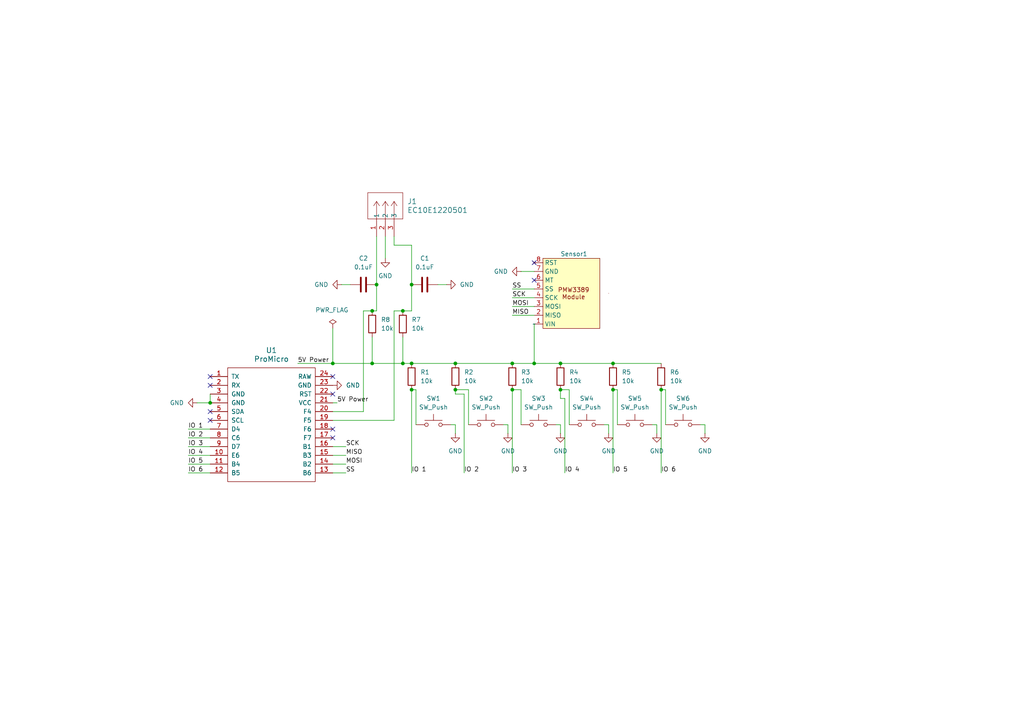
<source format=kicad_sch>
(kicad_sch (version 20250114) (generator "eeschema") (generator_version "9.0")
  (paper "A4")
  (title_block (title "Mouse-PCB-A") (date "2023-12-27") (rev "v1"))
  (lib_symbols
    (symbol "1_my_library:PMW3389_module"
      (property "Reference" "U" (at 0 0 0))
      (symbol "PMW3389_module_0_1"
        (rectangle (start 21.59 8.89) (end 21.59 8.89))
      )
      (symbol "PMW3389_module_1_1"
        (rectangle (start 2.54 19.05) (end 19.05 -1.27) (fill (type background)))
        (text "PMW3389\nModule" (at 11.43 8.89 0) (effects (font (size 1.27 1.27))))
        (pin no_connect line (at 0 17.78 0) (length 2.54) (name "RST") (number "8"))
        (pin power_in line (at 0 15.24 0) (length 2.54) (name "GND") (number "7"))
        (pin bidirectional line (at 0 12.7 0) (length 2.54) (name "MT") (number "6"))
        (pin bidirectional line (at 0 10.16 0) (length 2.54) (name "SS") (number "5"))
        (pin bidirectional line (at 0 7.62 0) (length 2.54) (name "SCK") (number "4"))
        (pin bidirectional line (at 0 5.08 0) (length 2.54) (name "MOSI") (number "3"))
        (pin bidirectional line (at 0 2.54 0) (length 2.54) (name "MISO") (number "2"))
        (pin power_in line (at 0 0 0) (length 2.54) (name "VIN") (number "1"))
      )
    )
    (symbol "1_my_library:ProMicro" (pin_names (offset 1.016))
      (property "Reference" "U" (at 0 24.13 0))
      (property "Value" "ProMicro" (at 0 -13.97 0))
      (symbol "ProMicro_0_1"
        (rectangle (start -12.7 21.59) (end 12.7 -11.43))
      )
      (symbol "ProMicro_1_1"
        (pin bidirectional line (at -17.78 19.05 0) (length 5.08) (name "TX") (number "1"))
        (pin bidirectional line (at -17.78 16.51 0) (length 5.08) (name "RX") (number "2"))
        (pin power_in line (at -17.78 13.97 0) (length 5.08) (name "GND") (number "3"))
        (pin power_in line (at -17.78 11.43 0) (length 5.08) (name "GND") (number "4"))
        (pin bidirectional line (at -17.78 8.89 0) (length 5.08) (name "SDA") (number "5"))
        (pin bidirectional line (at -17.78 6.35 0) (length 5.08) (name "SCL") (number "6"))
        (pin bidirectional line (at -17.78 3.81 0) (length 5.08) (name "D4") (number "7"))
        (pin bidirectional line (at -17.78 1.27 0) (length 5.08) (name "C6") (number "8"))
        (pin bidirectional line (at -17.78 -1.27 0) (length 5.08) (name "D7") (number "9"))
        (pin bidirectional line (at -17.78 -3.81 0) (length 5.08) (name "E6") (number "10"))
        (pin bidirectional line (at -17.78 -6.35 0) (length 5.08) (name "B4") (number "11"))
        (pin bidirectional line (at -17.78 -8.89 0) (length 5.08) (name "B5") (number "12"))
        (pin power_out line (at 17.78 19.05 180) (length 5.08) (name "RAW") (number "24"))
        (pin power_in line (at 17.78 16.51 180) (length 5.08) (name "GND") (number "23"))
        (pin input line (at 17.78 13.97 180) (length 5.08) (name "RST") (number "22"))
        (pin power_in line (at 17.78 11.43 180) (length 5.08) (name "VCC") (number "21"))
        (pin bidirectional line (at 17.78 8.89 180) (length 5.08) (name "F4") (number "20"))
        (pin bidirectional line (at 17.78 6.35 180) (length 5.08) (name "F5") (number "19"))
        (pin bidirectional line (at 17.78 3.81 180) (length 5.08) (name "F6") (number "18"))
        (pin bidirectional line (at 17.78 1.27 180) (length 5.08) (name "F7") (number "17"))
        (pin bidirectional line (at 17.78 -1.27 180) (length 5.08) (name "B1") (number "16"))
        (pin bidirectional line (at 17.78 -3.81 180) (length 5.08) (name "B3") (number "15"))
        (pin bidirectional line (at 17.78 -6.35 180) (length 5.08) (name "B2") (number "14"))
        (pin bidirectional line (at 17.78 -8.89 180) (length 5.08) (name "B6") (number "13"))
      )
    )
    (symbol "Device:C" (pin_numbers (hide yes)) (pin_names (offset 0.254))
      (property "Reference" "C" (at 0.635 2.54 0))
      (property "Value" "C" (at 0.635 -2.54 0))
      (symbol "C_0_1"
        (polyline (pts (xy -2.032 0.762) (xy 2.032 0.762)) (stroke (width 0.508)))
        (polyline (pts (xy -2.032 -0.762) (xy 2.032 -0.762)) (stroke (width 0.508)))
      )
      (symbol "C_1_1"
        (pin passive line (at 0 3.81 270) (length 2.794) (name "~") (number "1"))
        (pin passive line (at 0 -3.81 90) (length 2.794) (name "~") (number "2"))
      )
    )
    (symbol "Device:R" (pin_numbers (hide yes)) (pin_names (offset 0))
      (property "Reference" "R" (at 2.032 0 90))
      (property "Value" "R" (at 0 0 90))
      (symbol "R_0_1"
        (rectangle (start -1.016 -2.54) (end 1.016 2.54) (stroke (width 0.254)))
      )
      (symbol "R_1_1"
        (pin passive line (at 0 3.81 270) (length 1.27) (name "~") (number "1"))
        (pin passive line (at 0 -3.81 90) (length 1.27) (name "~") (number "2"))
      )
    )
    (symbol "EC10E1220501:EC10E1220501" (pin_names (offset 0.254))
      (property "Reference" "J" (at 8.89 6.35 0))
      (property "Value" "EC10E1220501" (at 0 0 0))
      (symbol "EC10E1220501_1_1"
        (polyline (pts (xy 5.08 2.54) (xy 5.08 -7.62)) (stroke (width 0.127)))
        (polyline (pts (xy 5.08 -7.62) (xy 12.7 -7.62)) (stroke (width 0.127)))
        (polyline (pts (xy 10.16 0) (xy 5.08 0)) (stroke (width 0.127)))
        (polyline (pts (xy 10.16 0) (xy 8.89 0.8467)) (stroke (width 0.127)))
        (polyline (pts (xy 10.16 0) (xy 8.89 -0.8467)) (stroke (width 0.127)))
        (polyline (pts (xy 10.16 -2.54) (xy 5.08 -2.54)) (stroke (width 0.127)))
        (polyline (pts (xy 10.16 -2.54) (xy 8.89 -1.6933)) (stroke (width 0.127)))
        (polyline (pts (xy 10.16 -2.54) (xy 8.89 -3.3867)) (stroke (width 0.127)))
        (polyline (pts (xy 10.16 -5.08) (xy 5.08 -5.08)) (stroke (width 0.127)))
        (polyline (pts (xy 10.16 -5.08) (xy 8.89 -4.2333)) (stroke (width 0.127)))
        (polyline (pts (xy 10.16 -5.08) (xy 8.89 -5.9267)) (stroke (width 0.127)))
        (polyline (pts (xy 12.7 2.54) (xy 5.08 2.54)) (stroke (width 0.127)))
        (polyline (pts (xy 12.7 -7.62) (xy 12.7 2.54)) (stroke (width 0.127)))
        (pin unspecified line (at 0 0 0) (length 5.08) (name "1") (number "1"))
        (pin unspecified line (at 0 -2.54 0) (length 5.08) (name "2") (number "2"))
        (pin unspecified line (at 0 -5.08 0) (length 5.08) (name "3") (number "3"))
      )
      (symbol "EC10E1220501_1_2"
        (polyline (pts (xy 5.08 2.54) (xy 5.08 -7.62)) (stroke (width 0.127)))
        (polyline (pts (xy 5.08 -7.62) (xy 12.7 -7.62)) (stroke (width 0.127)))
        (polyline (pts (xy 7.62 0) (xy 5.08 0)) (stroke (width 0.127)))
        (polyline (pts (xy 7.62 0) (xy 8.89 0.8467)) (stroke (width 0.127)))
        (polyline (pts (xy 7.62 0) (xy 8.89 -0.8467)) (stroke (width 0.127)))
        (polyline (pts (xy 7.62 -2.54) (xy 5.08 -2.54)) (stroke (width 0.127)))
        (polyline (pts (xy 7.62 -2.54) (xy 8.89 -1.6933)) (stroke (width 0.127)))
        (polyline (pts (xy 7.62 -2.54) (xy 8.89 -3.3867)) (stroke (width 0.127)))
        (polyline (pts (xy 7.62 -5.08) (xy 5.08 -5.08)) (stroke (width 0.127)))
        (polyline (pts (xy 7.62 -5.08) (xy 8.89 -4.2333)) (stroke (width 0.127)))
        (polyline (pts (xy 7.62 -5.08) (xy 8.89 -5.9267)) (stroke (width 0.127)))
        (polyline (pts (xy 12.7 2.54) (xy 5.08 2.54)) (stroke (width 0.127)))
        (polyline (pts (xy 12.7 -7.62) (xy 12.7 2.54)) (stroke (width 0.127)))
        (pin unspecified line (at 0 0 0) (length 5.08) (name "1") (number "1"))
        (pin unspecified line (at 0 -2.54 0) (length 5.08) (name "2") (number "2"))
        (pin unspecified line (at 0 -5.08 0) (length 5.08) (name "3") (number "3"))
      )
    )
    (symbol "Switch:SW_Push" (pin_numbers (hide yes)) (pin_names (offset 1.016) (hide yes))
      (property "Reference" "SW" (at 1.27 2.54 0))
      (property "Value" "SW_Push" (at 0 -1.524 0))
      (symbol "SW_Push_0_1"
        (circle (center -2.032 0) (radius 0.508))
        (polyline (pts (xy 0 1.27) (xy 0 3.048)))
        (circle (center 2.032 0) (radius 0.508))
        (polyline (pts (xy 2.54 1.27) (xy -2.54 1.27)))
        (pin passive line (at -5.08 0 0) (length 2.54) (name "1") (number "1"))
        (pin passive line (at 5.08 0 180) (length 2.54) (name "2") (number "2"))
      )
    )
    (symbol "power:GND" (power) (pin_numbers (hide yes)) (pin_names (offset 0) (hide yes))
      (property "Value" "GND" (at 0 -3.81 0))
      (symbol "GND_0_1"
        (polyline (pts (xy 0 0) (xy 0 -1.27) (xy 1.27 -1.27) (xy 0 -2.54) (xy -1.27 -1.27) (xy 0 -1.27)))
      )
      (symbol "GND_1_1"
        (pin power_in line (at 0 0 270) (length 0) (name "~") (number "1"))
      )
    )
    (symbol "power:PWR_FLAG" (power) (pin_numbers (hide yes)) (pin_names (offset 0) (hide yes))
      (property "Value" "PWR_FLAG" (at 0 3.81 0))
      (symbol "PWR_FLAG_0_0"
        (pin power_out line (at 0 0 90) (length 0) (name "~") (number "1"))
      )
      (symbol "PWR_FLAG_0_1"
        (polyline (pts (xy 0 0) (xy 0 1.27) (xy -1.016 1.905) (xy 0 2.54) (xy 1.016 1.905) (xy 0 1.27)))
      )
    )
  )
  (junction (at 191.77 113.03))
  (junction (at 162.56 105.41))
  (junction (at 162.56 113.03))
  (junction (at 107.95 105.41))
  (junction (at 116.84 105.41))
  (junction (at 177.8 113.03))
  (junction (at 119.38 105.41))
  (junction (at 109.22 82.55))
  (junction (at 132.08 113.03))
  (junction (at 119.38 82.55))
  (junction (at 148.59 113.03))
  (junction (at 107.95 90.17))
  (junction (at 148.59 105.41))
  (junction (at 119.38 113.03))
  (junction (at 60.96 116.84))
  (junction (at 154.94 105.41))
  (junction (at 116.84 90.17))
  (junction (at 132.08 105.41))
  (junction (at 177.8 105.41))
  (junction (at 96.52 105.41))
  (no_connect (at 96.52 114.3))
  (no_connect (at 96.52 127))
  (no_connect (at 60.96 121.92))
  (no_connect (at 154.94 76.2))
  (no_connect (at 60.96 109.22))
  (no_connect (at 154.94 81.28))
  (no_connect (at 60.96 111.76))
  (no_connect (at 96.52 109.22))
  (no_connect (at 60.96 119.38))
  (no_connect (at 96.52 124.46))
  (wire (pts (xy 176.53 123.19) (xy 175.26 123.19)))
  (wire (pts (xy 119.38 82.55) (xy 119.38 71.12)))
  (wire (pts (xy 119.38 82.55) (xy 119.38 90.17)))
  (wire (pts (xy 100.33 137.16) (xy 96.52 137.16)))
  (wire (pts (xy 105.41 119.38) (xy 105.41 90.17)))
  (wire (pts (xy 190.5 123.19) (xy 190.5 125.73)))
  (wire (pts (xy 107.95 90.17) (xy 109.22 90.17)))
  (wire (pts (xy 148.59 86.36) (xy 154.94 86.36)))
  (wire (pts (xy 96.52 119.38) (xy 105.41 119.38)))
  (wire (pts (xy 190.5 123.19) (xy 189.23 123.19)))
  (wire (pts (xy 193.04 113.03) (xy 193.04 123.19)))
  (wire (pts (xy 96.52 95.25) (xy 96.52 105.41)))
  (wire (pts (xy 96.52 121.92) (xy 114.3 121.92)))
  (wire (pts (xy 163.83 137.16) (xy 163.83 115.57)))
  (wire (pts (xy 162.56 113.03) (xy 165.1 113.03)))
  (wire (pts (xy 148.59 105.41) (xy 154.94 105.41)))
  (wire (pts (xy 114.3 121.92) (xy 114.3 90.17)))
  (wire (pts (xy 99.06 82.55) (xy 101.6 82.55)))
  (wire (pts (xy 147.32 123.19) (xy 147.32 125.73)))
  (wire (pts (xy 165.1 113.03) (xy 165.1 123.19)))
  (wire (pts (xy 114.3 68.58) (xy 114.3 71.12)))
  (wire (pts (xy 60.96 114.3) (xy 60.96 116.84)))
  (wire (pts (xy 109.22 68.58) (xy 109.22 82.55)))
  (wire (pts (xy 100.33 132.08) (xy 96.52 132.08)))
  (wire (pts (xy 134.62 137.16) (xy 134.62 114.3)))
  (wire (pts (xy 86.36 105.41) (xy 96.52 105.41)))
  (wire (pts (xy 132.08 113.03) (xy 135.89 113.03)))
  (wire (pts (xy 204.47 123.19) (xy 204.47 125.73)))
  (wire (pts (xy 151.13 113.03) (xy 148.59 113.03)))
  (wire (pts (xy 132.08 105.41) (xy 148.59 105.41)))
  (wire (pts (xy 147.32 123.19) (xy 146.05 123.19)))
  (wire (pts (xy 163.83 115.57) (xy 162.56 115.57)))
  (wire (pts (xy 119.38 71.12) (xy 114.3 71.12)))
  (wire (pts (xy 193.04 113.03) (xy 191.77 113.03)))
  (wire (pts (xy 151.13 113.03) (xy 151.13 123.19)))
  (wire (pts (xy 148.59 91.44) (xy 154.94 91.44)))
  (wire (pts (xy 154.94 93.98) (xy 154.94 105.41)))
  (wire (pts (xy 116.84 90.17) (xy 119.38 90.17)))
  (wire (pts (xy 148.59 137.16) (xy 148.59 113.03)))
  (wire (pts (xy 132.08 123.19) (xy 132.08 125.73)))
  (wire (pts (xy 111.76 68.58) (xy 111.76 74.93)))
  (wire (pts (xy 100.33 134.62) (xy 96.52 134.62)))
  (wire (pts (xy 162.56 105.41) (xy 177.8 105.41)))
  (wire (pts (xy 191.77 137.16) (xy 191.77 113.03)))
  (wire (pts (xy 204.47 123.19) (xy 203.2 123.19)))
  (wire (pts (xy 134.62 114.3) (xy 132.08 114.3)))
  (wire (pts (xy 96.52 105.41) (xy 107.95 105.41)))
  (wire (pts (xy 177.8 137.16) (xy 177.8 113.03)))
  (wire (pts (xy 132.08 114.3) (xy 132.08 113.03)))
  (wire (pts (xy 60.96 132.08) (xy 54.61 132.08)))
  (wire (pts (xy 148.59 88.9) (xy 154.94 88.9)))
  (wire (pts (xy 107.95 105.41) (xy 116.84 105.41)))
  (wire (pts (xy 162.56 115.57) (xy 162.56 113.03)))
  (wire (pts (xy 119.38 105.41) (xy 132.08 105.41)))
  (wire (pts (xy 114.3 90.17) (xy 116.84 90.17)))
  (wire (pts (xy 105.41 90.17) (xy 107.95 90.17)))
  (wire (pts (xy 54.61 129.54) (xy 60.96 129.54)))
  (wire (pts (xy 107.95 97.79) (xy 107.95 105.41)))
  (wire (pts (xy 162.56 123.19) (xy 162.56 125.73)))
  (wire (pts (xy 154.94 105.41) (xy 162.56 105.41)))
  (wire (pts (xy 119.38 113.03) (xy 120.65 113.03)))
  (wire (pts (xy 132.08 123.19) (xy 130.81 123.19)))
  (wire (pts (xy 60.96 124.46) (xy 54.61 124.46)))
  (wire (pts (xy 127 82.55) (xy 129.54 82.55)))
  (wire (pts (xy 120.65 113.03) (xy 120.65 123.19)))
  (wire (pts (xy 177.8 105.41) (xy 191.77 105.41)))
  (wire (pts (xy 151.13 78.74) (xy 154.94 78.74)))
  (wire (pts (xy 119.38 113.03) (xy 119.38 137.16)))
  (wire (pts (xy 179.07 113.03) (xy 179.07 123.19)))
  (wire (pts (xy 162.56 123.19) (xy 161.29 123.19)))
  (wire (pts (xy 100.33 129.54) (xy 96.52 129.54)))
  (wire (pts (xy 54.61 127) (xy 60.96 127)))
  (wire (pts (xy 60.96 134.62) (xy 54.61 134.62)))
  (wire (pts (xy 116.84 105.41) (xy 119.38 105.41)))
  (wire (pts (xy 179.07 113.03) (xy 177.8 113.03)))
  (wire (pts (xy 57.15 116.84) (xy 60.96 116.84)))
  (wire (pts (xy 54.61 137.16) (xy 60.96 137.16)))
  (wire (pts (xy 116.84 97.79) (xy 116.84 105.41)))
  (wire (pts (xy 109.22 90.17) (xy 109.22 82.55)))
  (wire (pts (xy 176.53 123.19) (xy 176.53 125.73)))
  (wire (pts (xy 135.89 113.03) (xy 135.89 123.19)))
  (wire (pts (xy 148.59 83.82) (xy 154.94 83.82)))
  (wire (pts (xy 97.79 116.84) (xy 96.52 116.84)))
  (label "IO 4" (at 163.83 137.16 0))
  (label "5V Power" (at 86.36 105.41 0))
  (label "IO 4" (at 54.61 132.08 0))
  (label "IO 6" (at 54.61 137.16 0))
  (label "IO 5" (at 54.61 134.62 0))
  (label "5V Power" (at 97.79 116.84 0))
  (label "MOSI" (at 148.59 88.9 0))
  (label "SCK" (at 100.33 129.54 0))
  (label "IO 5" (at 177.8 137.16 0))
  (label "MISO" (at 100.33 132.08 0))
  (label "IO 6" (at 191.77 137.16 0))
  (label "MOSI" (at 100.33 134.62 0))
  (label "SS" (at 100.33 137.16 0))
  (label "MISO" (at 148.59 91.44 0))
  (label "IO 2" (at 134.62 137.16 0))
  (label "IO 3" (at 54.61 129.54 0))
  (label "IO 2" (at 54.61 127 0))
  (label "IO 1" (at 119.38 137.16 0))
  (label "IO 1" (at 54.61 124.46 0))
  (label "IO 3" (at 148.59 137.16 0))
  (label "SS" (at 148.59 83.82 0))
  (label "SCK" (at 148.59 86.36 0))
  (symbol (lib_id "Switch:SW_Push") (at 156.21 123.19 0) (unit 1)
    (property "Reference" "SW3" (at 156.21 115.57 0))
    (property "Value" "SW_Push" (at 156.21 118.11 0))
    (property "Footprint" "D2F-01F:SW_D2F-01F" (effects (hide yes)))
    (property "Description" "Push button switch, generic, two pins" (effects (hide yes)))
  )
  (symbol (lib_id "power:GND") (at 147.32 125.73 0) (unit 1)
    (property "Reference" "#PWR05" (effects (hide yes)))
    (property "Value" "GND" (at 147.32 130.81 0))
    (property "Description" "Power symbol creates a global label with name \"GND\" , ground" (effects (hide yes)))
  )
  (symbol (lib_id "power:GND") (at 151.13 78.74 270) (unit 1)
    (property "Reference" "#PWR013" (effects (hide yes)))
    (property "Value" "GND" (at 147.32 78.7399 90) (effects (justify right)))
    (property "Description" "Power symbol creates a global label with name \"GND\" , ground" (effects (hide yes)))
  )
  (symbol (lib_id "Device:R") (at 177.8 109.22 0) (unit 1)
    (property "Reference" "R5" (at 180.34 107.9499 0) (effects (justify left)))
    (property "Value" "10k" (at 180.34 110.4899 0) (effects (justify left)))
    (property "Footprint" "Resistor_THT:R_Axial_DIN0207_L6.3mm_D2.5mm_P7.62mm_Horizontal" (effects (hide yes)))
    (property "Description" "Resistor" (effects (hide yes)))
  )
  (symbol (lib_id "Device:R") (at 119.38 109.22 0) (unit 1)
    (property "Reference" "R1" (at 121.92 107.9499 0) (effects (justify left)))
    (property "Value" "10k" (at 121.92 110.4899 0) (effects (justify left)))
    (property "Footprint" "Resistor_THT:R_Axial_DIN0207_L6.3mm_D2.5mm_P7.62mm_Horizontal" (effects (hide yes)))
    (property "Description" "Resistor" (effects (hide yes)))
  )
  (symbol (lib_id "Switch:SW_Push") (at 198.12 123.19 0) (unit 1)
    (property "Reference" "SW6" (at 198.12 115.57 0))
    (property "Value" "SW_Push" (at 198.12 118.11 0))
    (property "Footprint" "D2F-01F:SW_D2F-01F" (effects (hide yes)))
    (property "Description" "Push button switch, generic, two pins" (effects (hide yes)))
  )
  (symbol (lib_id "Device:R") (at 191.77 109.22 0) (unit 1)
    (property "Reference" "R6" (at 194.31 107.9499 0) (effects (justify left)))
    (property "Value" "10k" (at 194.31 110.4899 0) (effects (justify left)))
    (property "Footprint" "Resistor_THT:R_Axial_DIN0207_L6.3mm_D2.5mm_P7.62mm_Horizontal" (effects (hide yes)))
    (property "Description" "Resistor" (effects (hide yes)))
  )
  (symbol (lib_id "power:GND") (at 132.08 125.73 0) (unit 1)
    (property "Reference" "#PWR04" (effects (hide yes)))
    (property "Value" "GND" (at 132.08 130.81 0))
    (property "Description" "Power symbol creates a global label with name \"GND\" , ground" (effects (hide yes)))
  )
  (symbol (lib_id "Device:R") (at 107.95 93.98 0) (unit 1)
    (property "Reference" "R8" (at 110.49 92.7099 0) (effects (justify left)))
    (property "Value" "10k" (at 110.49 95.2499 0) (effects (justify left)))
    (property "Footprint" "Resistor_THT:R_Axial_DIN0207_L6.3mm_D2.5mm_P7.62mm_Horizontal" (effects (hide yes)))
    (property "Description" "Resistor" (effects (hide yes)))
  )
  (symbol (lib_id "Switch:SW_Push") (at 184.15 123.19 0) (unit 1)
    (property "Reference" "SW5" (at 184.15 115.57 0))
    (property "Value" "SW_Push" (at 184.15 118.11 0))
    (property "Footprint" "D2F-01F:SW_D2F-01F" (effects (hide yes)))
    (property "Description" "Push button switch, generic, two pins" (effects (hide yes)))
  )
  (symbol (lib_id "Switch:SW_Push") (at 170.18 123.19 0) (unit 1)
    (property "Reference" "SW4" (at 170.18 115.57 0))
    (property "Value" "SW_Push" (at 170.18 118.11 0))
    (property "Footprint" "D2F-01F:SW_D2F-01F" (effects (hide yes)))
    (property "Description" "Push button switch, generic, two pins" (effects (hide yes)))
  )
  (symbol (lib_id "Switch:SW_Push") (at 125.73 123.19 0) (unit 1)
    (property "Reference" "SW1" (at 125.73 115.57 0))
    (property "Value" "SW_Push" (at 125.73 118.11 0))
    (property "Footprint" "D2F-01F:SW_D2F-01F" (effects (hide yes)))
    (property "Description" "Push button switch, generic, two pins" (effects (hide yes)))
  )
  (symbol (lib_id "1_my_library:ProMicro") (at 78.74 128.27 0) (unit 1)
    (property "Reference" "U1" (at 78.74 101.6 0) (effects (font (size 1.524 1.524))))
    (property "Value" "ProMicro" (at 78.74 104.14 0) (effects (font (size 1.524 1.524))))
    (property "Footprint" "promicro:ProMicro" (effects (hide yes)))
  )
  (symbol (lib_id "power:GND") (at 129.54 82.55 90) (unit 1)
    (property "Reference" "#PWR011" (effects (hide yes)))
    (property "Value" "GND" (at 133.35 82.5499 90) (effects (justify right)))
    (property "Description" "Power symbol creates a global label with name \"GND\" , ground" (effects (hide yes)))
  )
  (symbol (lib_id "power:GND") (at 99.06 82.55 270) (unit 1)
    (property "Reference" "#PWR010" (effects (hide yes)))
    (property "Value" "GND" (at 95.25 82.5499 90) (effects (justify right)))
    (property "Description" "Power symbol creates a global label with name \"GND\" , ground" (effects (hide yes)))
  )
  (symbol (lib_id "Device:R") (at 162.56 109.22 0) (unit 1)
    (property "Reference" "R4" (at 165.1 107.9499 0) (effects (justify left)))
    (property "Value" "10k" (at 165.1 110.4899 0) (effects (justify left)))
    (property "Footprint" "Resistor_THT:R_Axial_DIN0207_L6.3mm_D2.5mm_P7.62mm_Horizontal" (effects (hide yes)))
    (property "Description" "Resistor" (effects (hide yes)))
  )
  (symbol (lib_id "power:GND") (at 111.76 74.93 0) (unit 1)
    (property "Reference" "#PWR012" (effects (hide yes)))
    (property "Value" "GND" (at 111.76 80.01 0))
    (property "Description" "Power symbol creates a global label with name \"GND\" , ground" (effects (hide yes)))
  )
  (symbol (lib_id "Device:R") (at 116.84 93.98 0) (unit 1)
    (property "Reference" "R7" (at 119.38 92.7099 0) (effects (justify left)))
    (property "Value" "10k" (at 119.38 95.2499 0) (effects (justify left)))
    (property "Footprint" "Resistor_THT:R_Axial_DIN0207_L6.3mm_D2.5mm_P7.62mm_Horizontal" (effects (hide yes)))
    (property "Description" "Resistor" (effects (hide yes)))
  )
  (symbol (lib_id "Device:R") (at 148.59 109.22 0) (unit 1)
    (property "Reference" "R3" (at 151.13 107.9499 0) (effects (justify left)))
    (property "Value" "10k" (at 151.13 110.4899 0) (effects (justify left)))
    (property "Footprint" "Resistor_THT:R_Axial_DIN0207_L6.3mm_D2.5mm_P7.62mm_Horizontal" (effects (hide yes)))
    (property "Description" "Resistor" (effects (hide yes)))
  )
  (symbol (lib_id "power:GND") (at 57.15 116.84 270) (unit 1)
    (property "Reference" "#PWR03" (effects (hide yes)))
    (property "Value" "GND" (at 53.34 116.8399 90) (effects (justify right)))
    (property "Description" "Power symbol creates a global label with name \"GND\" , ground" (effects (hide yes)))
  )
  (symbol (lib_id "power:GND") (at 204.47 125.73 0) (unit 1)
    (property "Reference" "#PWR09" (effects (hide yes)))
    (property "Value" "GND" (at 204.47 130.81 0))
    (property "Description" "Power symbol creates a global label with name \"GND\" , ground" (effects (hide yes)))
  )
  (symbol (lib_id "Switch:SW_Push") (at 140.97 123.19 0) (unit 1)
    (property "Reference" "SW2" (at 140.97 115.57 0))
    (property "Value" "SW_Push" (at 140.97 118.11 0))
    (property "Footprint" "D2F-01F:SW_D2F-01F" (effects (hide yes)))
    (property "Description" "Push button switch, generic, two pins" (effects (hide yes)))
  )
  (symbol (lib_id "power:GND") (at 96.52 111.76 90) (unit 1)
    (property "Reference" "#PWR01" (effects (hide yes)))
    (property "Value" "GND" (at 100.33 111.7599 90) (effects (justify right)))
    (property "Description" "Power symbol creates a global label with name \"GND\" , ground" (effects (hide yes)))
  )
  (symbol (lib_id "Device:C") (at 105.41 82.55 90) (unit 1)
    (property "Reference" "C2" (at 105.41 74.93 90))
    (property "Value" "0.1uF" (at 105.41 77.47 90))
    (property "Footprint" "Capacitor_THT:C_Disc_D5.0mm_W2.5mm_P2.50mm" (effects (hide yes)))
    (property "Description" "Unpolarized capacitor" (effects (hide yes)))
  )
  (symbol (lib_id "1_my_library:PMW3389_module") (at 154.94 93.98 0) (unit 1)
    (property "Reference" "Sensor1" (at 162.56 73.66 0) (effects (justify left)))
    (property "Value" "~" (at 154.94 93.98 0))
    (property "Footprint" "PMW NEW:PMW3389_Module" (effects (hide yes)))
  )
  (symbol (lib_id "Device:R") (at 132.08 109.22 0) (unit 1)
    (property "Reference" "R2" (at 134.62 107.9499 0) (effects (justify left)))
    (property "Value" "10k" (at 134.62 110.4899 0) (effects (justify left)))
    (property "Footprint" "Resistor_THT:R_Axial_DIN0207_L6.3mm_D2.5mm_P7.62mm_Horizontal" (effects (hide yes)))
    (property "Description" "Resistor" (effects (hide yes)))
  )
  (symbol (lib_id "power:GND") (at 162.56 125.73 0) (unit 1)
    (property "Reference" "#PWR06" (effects (hide yes)))
    (property "Value" "GND" (at 162.56 130.81 0))
    (property "Description" "Power symbol creates a global label with name \"GND\" , ground" (effects (hide yes)))
  )
  (symbol (lib_id "power:GND") (at 190.5 125.73 0) (unit 1)
    (property "Reference" "#PWR08" (effects (hide yes)))
    (property "Value" "GND" (at 190.5 130.81 0))
    (property "Description" "Power symbol creates a global label with name \"GND\" , ground" (effects (hide yes)))
  )
  (symbol (lib_id "power:PWR_FLAG") (at 96.52 95.25 0) (unit 1)
    (property "Reference" "#FLG01" (effects (hide yes)))
    (property "Value" "PWR_FLAG" (at 96.266 89.916 0))
    (property "Description" "Special symbol for telling ERC where power comes from" (effects (hide yes)))
  )
  (symbol (lib_id "EC10E1220501:EC10E1220501") (at 109.22 68.58 90) (unit 1)
    (property "Reference" "J1" (at 118.11 58.4199 90) (effects (font (size 1.524 1.524)) (justify right)))
    (property "Value" "EC10E1220501" (at 118.11 60.9599 90) (effects (font (size 1.524 1.524)) (justify right)))
    (property "Footprint" "EC10E1220501:CONN03_EC10E_9P8X6P1_ALPS" (effects (hide yes)))
    (property "Datasheet" "EC10E1220501" (effects (hide yes)))
  )
  (symbol (lib_id "Device:C") (at 123.19 82.55 90) (unit 1)
    (property "Reference" "C1" (at 123.19 74.93 90))
    (property "Value" "0.1uF" (at 123.19 77.47 90))
    (property "Footprint" "Capacitor_THT:C_Disc_D5.0mm_W2.5mm_P2.50mm" (effects (hide yes)))
    (property "Description" "Unpolarized capacitor" (effects (hide yes)))
  )
  (symbol (lib_id "power:GND") (at 176.53 125.73 0) (unit 1)
    (property "Reference" "#PWR07" (effects (hide yes)))
    (property "Value" "GND" (at 176.53 130.81 0))
    (property "Description" "Power symbol creates a global label with name \"GND\" , ground" (effects (hide yes)))
  )
)
</source>
